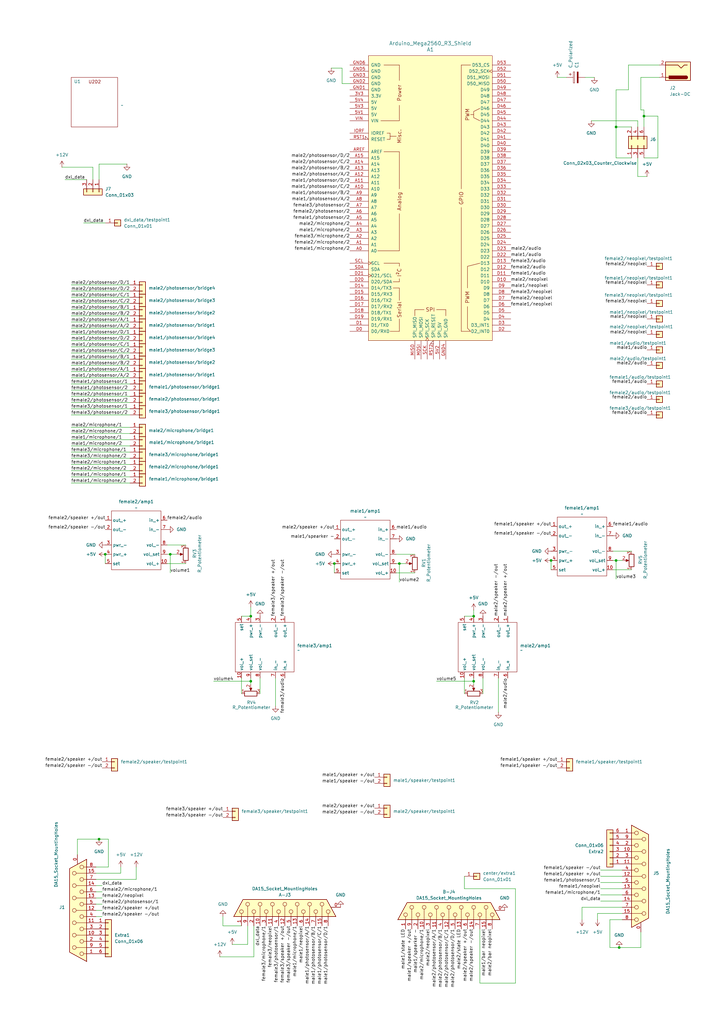
<source format=kicad_sch>
(kicad_sch (version 20250114) (generator "eeschema") (generator_version "9.0")
  (paper "A3" portrait)
  (junction (at 194.31 252.73))
  (junction (at 226.06 229.87))
  (junction (at 252.73 229.87))
  (junction (at 102.87 252.73))
  (junction (at 252.73 52.07))
  (junction (at 43.18 227.33))
  (junction (at 264.16 47.625))
  (junction (at 69.85 227.33))
  (junction (at 137.16 231.14))
  (junction (at 102.87 279.4))
  (junction (at 40.64 344.17))
  (junction (at 254 388.62))
  (junction (at 163.83 231.14))
  (junction (at 194.31 279.4))
  (wire (pts (xy 29.21 127) (xy 53.34 127)))
  (wire (pts (xy 255.27 377.19) (xy 250.19 377.19)))
  (wire (pts (xy 101.6 387.35) (xy 95.25 387.35)))
  (wire (pts (xy 44.45 355.6) (xy 44.45 344.17)))
  (wire (pts (xy 245.11 377.19) (xy 245.11 374.65)))
  (wire (pts (xy 238.76 377.19) (xy 238.76 372.11)))
  (wire (pts (xy 29.21 198.12) (xy 53.34 198.12)))
  (wire (pts (xy 196.85 403.225) (xy 211.455 403.225)))
  (wire (pts (xy 252.73 64.77) (xy 252.73 52.07)))
  (wire (pts (xy 29.21 193.04) (xy 53.34 193.04)))
  (wire (pts (xy 44.45 344.17) (xy 40.64 344.17)))
  (wire (pts (xy 29.21 165.1) (xy 53.34 165.1)))
  (wire (pts (xy 29.21 182.88) (xy 53.34 182.88)))
  (wire (pts (xy 99.06 284.48) (xy 99.06 278.13)))
  (wire (pts (xy 226.06 229.87) (xy 226.06 233.68)))
  (wire (pts (xy 55.88 360.68) (xy 55.88 355.6)))
  (wire (pts (xy 29.21 144.78) (xy 53.34 144.78)))
  (wire (pts (xy 162.56 227.33) (xy 170.18 227.33)))
  (wire (pts (xy 40.64 67.31) (xy 52.07 67.31)))
  (wire (pts (xy 68.58 227.33) (xy 69.85 227.33)))
  (wire (pts (xy 102.87 278.13) (xy 102.87 279.4)))
  (wire (pts (xy 196.85 381) (xy 196.85 403.225)))
  (wire (pts (xy 252.73 52.07) (xy 259.08 52.07)))
  (wire (pts (xy 198.12 284.48) (xy 198.12 278.13)))
  (wire (pts (xy 29.21 170.18) (xy 53.34 170.18)))
  (wire (pts (xy 31.75 344.17) (xy 40.64 344.17)))
  (wire (pts (xy 137.16 231.14) (xy 137.16 234.95)))
  (wire (pts (xy 246.38 364.49) (xy 255.27 364.49)))
  (wire (pts (xy 43.18 227.33) (xy 43.18 231.14)))
  (wire (pts (xy 39.37 368.3) (xy 41.91 368.3)))
  (wire (pts (xy 190.5 364.49) (xy 190.5 359.41)))
  (wire (pts (xy 68.58 223.52) (xy 76.2 223.52)))
  (wire (pts (xy 257.81 26.67) (xy 257.81 36.83)))
  (wire (pts (xy 29.21 167.64) (xy 53.34 167.64)))
  (wire (pts (xy 261.62 52.07) (xy 261.62 49.53)))
  (wire (pts (xy 91.44 379.73) (xy 91.44 375.92)))
  (wire (pts (xy 29.21 142.24) (xy 53.34 142.24)))
  (wire (pts (xy 102.87 248.92) (xy 102.87 252.73)))
  (wire (pts (xy 252.73 36.83) (xy 257.81 36.83)))
  (wire (pts (xy 39.37 370.84) (xy 41.91 370.84)))
  (wire (pts (xy 29.21 121.92) (xy 53.34 121.92)))
  (wire (pts (xy 29.21 134.62) (xy 53.34 134.62)))
  (wire (pts (xy 261.62 72.39) (xy 265.43 72.39)))
  (wire (pts (xy 257.81 26.67) (xy 270.51 26.67)))
  (wire (pts (xy 29.21 185.42) (xy 53.34 185.42)))
  (wire (pts (xy 264.16 64.77) (xy 269.875 64.77)))
  (wire (pts (xy 39.37 375.92) (xy 41.91 375.92)))
  (wire (pts (xy 87.63 279.4) (xy 102.87 279.4)))
  (wire (pts (xy 211.455 403.225) (xy 211.455 364.49)))
  (wire (pts (xy 29.21 124.46) (xy 53.34 124.46)))
  (wire (pts (xy 228.6 31.75) (xy 232.41 31.75)))
  (wire (pts (xy 29.21 177.8) (xy 53.34 177.8)))
  (wire (pts (xy 242.57 49.53) (xy 261.62 49.53)))
  (wire (pts (xy 39.37 373.38) (xy 41.91 373.38)))
  (wire (pts (xy 204.47 292.1) (xy 204.47 278.13)))
  (wire (pts (xy 163.83 231.14) (xy 166.37 231.14)))
  (wire (pts (xy 49.53 358.14) (xy 49.53 355.6)))
  (wire (pts (xy 29.21 154.94) (xy 53.34 154.94)))
  (wire (pts (xy 245.11 374.65) (xy 255.27 374.65)))
  (wire (pts (xy 264.16 47.625) (xy 264.16 52.07)))
  (wire (pts (xy 190.5 252.73) (xy 194.31 252.73)))
  (wire (pts (xy 262.89 31.75) (xy 262.89 45.085)))
  (wire (pts (xy 246.38 369.57) (xy 255.27 369.57)))
  (wire (pts (xy 38.1 73.66) (xy 38.1 68.58)))
  (wire (pts (xy 259.08 64.77) (xy 252.73 64.77)))
  (wire (pts (xy 29.21 190.5) (xy 53.34 190.5)))
  (wire (pts (xy 29.21 132.08) (xy 53.34 132.08)))
  (wire (pts (xy 190.5 284.48) (xy 190.5 278.13)))
  (wire (pts (xy 246.38 367.03) (xy 255.27 367.03)))
  (wire (pts (xy 29.21 119.38) (xy 53.34 119.38)))
  (wire (pts (xy 29.21 152.4) (xy 53.34 152.4)))
  (wire (pts (xy 264.16 45.085) (xy 264.16 47.625)))
  (wire (pts (xy 240.03 31.75) (xy 243.84 31.75)))
  (wire (pts (xy 163.83 231.14) (xy 163.83 238.76)))
  (wire (pts (xy 29.21 137.16) (xy 53.34 137.16)))
  (wire (pts (xy 262.89 388.62) (xy 262.89 382.27)))
  (wire (pts (xy 252.73 229.87) (xy 252.73 237.49)))
  (wire (pts (xy 269.875 47.625) (xy 264.16 47.625)))
  (wire (pts (xy 246.38 361.95) (xy 255.27 361.95)))
  (wire (pts (xy 29.21 157.48) (xy 53.34 157.48)))
  (wire (pts (xy 29.21 147.32) (xy 53.34 147.32)))
  (wire (pts (xy 262.89 45.085) (xy 264.16 45.085)))
  (wire (pts (xy 140.335 34.29) (xy 140.335 27.94)))
  (wire (pts (xy 250.19 377.19) (xy 250.19 388.62)))
  (wire (pts (xy 34.29 91.44) (xy 43.18 91.44)))
  (wire (pts (xy 269.875 64.77) (xy 269.875 47.625)))
  (wire (pts (xy 29.21 160.02) (xy 53.34 160.02)))
  (wire (pts (xy 143.51 34.29) (xy 140.335 34.29)))
  (wire (pts (xy 40.64 73.66) (xy 40.64 67.31)))
  (wire (pts (xy 251.46 229.87) (xy 252.73 229.87)))
  (wire (pts (xy 261.62 72.39) (xy 261.62 64.77)))
  (wire (pts (xy 250.19 388.62) (xy 254 388.62)))
  (wire (pts (xy 29.21 175.26) (xy 53.34 175.26)))
  (wire (pts (xy 238.76 372.11) (xy 255.27 372.11)))
  (wire (pts (xy 68.58 231.14) (xy 76.2 231.14)))
  (wire (pts (xy 246.38 359.41) (xy 255.27 359.41)))
  (wire (pts (xy 251.46 233.68) (xy 259.08 233.68)))
  (wire (pts (xy 69.85 234.95) (xy 69.85 227.33)))
  (wire (pts (xy 194.31 250.19) (xy 194.31 252.73)))
  (wire (pts (xy 113.03 278.13) (xy 113.03 289.56)))
  (wire (pts (xy 262.89 31.75) (xy 270.51 31.75)))
  (wire (pts (xy 29.21 180.34) (xy 53.34 180.34)))
  (wire (pts (xy 252.73 229.87) (xy 255.27 229.87)))
  (wire (pts (xy 29.21 139.7) (xy 53.34 139.7)))
  (wire (pts (xy 194.31 279.4) (xy 194.31 280.67)))
  (wire (pts (xy 99.06 252.73) (xy 102.87 252.73)))
  (wire (pts (xy 106.68 284.48) (xy 106.68 278.13)))
  (wire (pts (xy 162.56 234.95) (xy 170.18 234.95)))
  (wire (pts (xy 29.21 162.56) (xy 53.34 162.56)))
  (wire (pts (xy 29.21 116.84) (xy 53.34 116.84)))
  (wire (pts (xy 246.38 356.87) (xy 255.27 356.87)))
  (wire (pts (xy 31.75 350.52) (xy 31.75 344.17)))
  (wire (pts (xy 162.56 231.14) (xy 163.83 231.14)))
  (wire (pts (xy 39.37 363.22) (xy 41.91 363.22)))
  (wire (pts (xy 69.85 227.33) (xy 72.39 227.33)))
  (wire (pts (xy 251.46 226.06) (xy 259.08 226.06)))
  (wire (pts (xy 179.07 279.4) (xy 194.31 279.4)))
  (wire (pts (xy 254 388.62) (xy 262.89 388.62)))
  (wire (pts (xy 39.37 358.14) (xy 49.53 358.14)))
  (wire (pts (xy 140.335 27.94) (xy 135.89 27.94)))
  (wire (pts (xy 99.06 379.73) (xy 91.44 379.73)))
  (wire (pts (xy 101.6 379.73) (xy 101.6 387.35)))
  (wire (pts (xy 29.21 149.86) (xy 53.34 149.86)))
  (wire (pts (xy 38.1 68.58) (xy 25.4 68.58)))
  (wire (pts (xy 104.14 379.73) (xy 104.14 392.43)))
  (wire (pts (xy 104.14 392.43) (xy 90.17 392.43)))
  (wire (pts (xy 39.37 360.68) (xy 55.88 360.68)))
  (wire (pts (xy 211.455 364.49) (xy 190.5 364.49)))
  (wire (pts (xy 39.37 365.76) (xy 41.91 365.76)))
  (wire (pts (xy 29.21 195.58) (xy 53.34 195.58)))
  (wire (pts (xy 39.37 355.6) (xy 44.45 355.6)))
  (wire (pts (xy 29.21 187.96) (xy 53.34 187.96)))
  (wire (pts (xy 29.21 129.54) (xy 53.34 129.54)))
  (wire (pts (xy 102.87 279.4) (xy 102.87 280.67)))
  (wire (pts (xy 252.73 36.83) (xy 252.73 52.07)))
  (wire (pts (xy 26.67 73.66) (xy 35.56 73.66)))
  (wire (pts (xy 194.31 278.13) (xy 194.31 279.4)))
  (label "dxl_data" (at 34.29 91.44 0))
  (label "female3{slash}microphone{slash}1" (at 29.21 185.42 0))
  (label "male1{slash}microphone{slash}2" (at 143.51 95.25 180))
  (label "female2{slash}photosensor{slash}1" (at 41.91 370.84 0))
  (label "male2{slash}audio" (at 209.55 102.87 0))
  (label "male2{slash}speaker +{slash}out" (at 191.77 381 270))
  (label "male2{slash}speaker -{slash}out" (at 194.31 381 270))
  (label "male1{slash}photosensor{slash}C{slash}2" (at 143.51 77.47 180))
  (label "male2{slash}photosensor{slash}C{slash}1" (at 29.21 121.92 0))
  (label "male1{slash}photosensor{slash}A{slash}2" (at 29.21 154.94 0))
  (label "dxl_data" (at 41.91 363.22 0))
  (label "male2{slash}photosensor{slash}B{slash}1" (at 181.61 381 270))
  (label "female3{slash}audio" (at 265.43 170.18 180))
  (label "male2{slash}microphone{slash}2" (at 143.51 92.71 180))
  (label "female2{slash}microphone{slash}1" (at 29.21 190.5 0))
  (label "female1{slash}photosensor{slash}2" (at 29.21 160.02 0))
  (label "male2{slash}microphone{slash}2" (at 29.21 177.8 0))
  (label "female1{slash}audio" (at 251.46 215.9 0))
  (label "dxl_data" (at 246.38 369.57 180))
  (label "female1{slash}photosensor{slash}1" (at 29.21 157.48 0))
  (label "male2{slash}photosensor{slash}A{slash}2" (at 143.51 72.39 180))
  (label "male1{slash}audio" (at 209.55 105.41 0))
  (label "male2{slash}speaker -{slash}out" (at 153.67 334.01 180))
  (label "female3{slash}speaker +{slash}out" (at 91.44 332.74 180))
  (label "male1{slash}photosensor{slash}C{slash}1" (at 29.21 142.24 0))
  (label "female2{slash}speaker +{slash}out" (at 41.91 373.38 0))
  (label "male2{slash}photosensor{slash}B{slash}2" (at 29.21 129.54 0))
  (label "male1{slash}speaker +{slash}out" (at 153.67 318.77 180))
  (label "male1{slash}photosensor{slash}A{slash}1" (at 29.21 152.4 0))
  (label "male2{slash}photosensor{slash}C{slash}2" (at 29.21 124.46 0))
  (label "female3{slash}photosensor{slash}1" (at 29.21 167.64 0))
  (label "female2{slash}neopixel" (at 265.43 109.22 180))
  (label "male2{slash}photosensor{slash}C{slash}2" (at 143.51 67.31 180))
  (label "female2{slash}audio" (at 209.55 110.49 0))
  (label "female3{slash}speaker +{slash}out" (at 113.03 252.73 90))
  (label "male2{slash}photosensor{slash}D{slash}1" (at 186.69 381 270))
  (label "female1{slash}microphone{slash}2" (at 143.51 102.87 180))
  (label "volume3" (at 252.73 237.49 0))
  (label "male1{slash}spearker -" (at 137.16 220.98 180))
  (label "male1{slash}audio" (at 162.56 217.17 0))
  (label "male1{slash}microphone{slash}2" (at 29.21 182.88 0))
  (label "female2{slash}microphone{slash}2" (at 143.51 100.33 180))
  (label "female3{slash}microphone{slash}1" (at 109.22 379.73 270))
  (label "female1{slash}neopixel" (at 246.38 364.49 180))
  (label "female1{slash}microphone{slash}2" (at 29.21 198.12 0))
  (label "male2{slash}audio" (at 208.28 278.13 270))
  (label "female1{slash}speaker -{slash}out" (at 226.06 219.71 180))
  (label "male1{slash}speaker -{slash}out" (at 153.67 321.31 180))
  (label "male2{slash}neopixel" (at 176.53 381 270))
  (label "female1{slash}speaker +{slash}out" (at 226.06 215.9 180))
  (label "male2{slash}speaker +{slash}out" (at 153.67 331.47 180))
  (label "male1{slash}photosensor{slash}B{slash}2" (at 29.21 149.86 0))
  (label "male1{slash}neopixel" (at 209.55 118.11 0))
  (label "female3{slash}neopixel" (at 265.43 124.46 180))
  (label "male2{slash}photosensor{slash}C{slash}1" (at 184.15 381 270))
  (label "male2{slash}speaker +{slash}out" (at 137.16 217.17 180))
  (label "male2{slash}state LED" (at 189.23 381 270))
  (label "female2{slash}microphone{slash}1" (at 41.91 365.76 0))
  (label "male1{slash}photosensor{slash}A{slash}1" (at 127 379.73 270))
  (label "female2{slash}speaker +{slash}out" (at 41.91 312.42 180))
  (label "male1{slash}photosensor{slash}B{slash}1" (at 129.54 379.73 270))
  (label "female2{slash}microphone{slash}2" (at 29.21 193.04 0))
  (label "female1{slash}microphone{slash}1" (at 29.21 195.58 0))
  (label "female1{slash}speaker +{slash}out" (at 228.6 312.42 180))
  (label "female3{slash}neopixel" (at 209.55 120.65 0))
  (label "male2{slash}photosensor{slash}D{slash}2" (at 143.51 64.77 180))
  (label "volume2" (at 163.83 238.76 0))
  (label "female3{slash}speaker -{slash}out" (at 91.44 335.28 180))
  (label "female2{slash}audio" (at 265.43 163.83 180))
  (label "male1{slash}photosensor{slash}B{slash}1" (at 29.21 147.32 0))
  (label "female3{slash}photosensor{slash}1" (at 114.3 379.73 270))
  (label "female1{slash}photosensor{slash}1" (at 246.38 361.95 180))
  (label "female2{slash}photosensor{slash}2" (at 143.51 87.63 180))
  (label "female2{slash}speaker +{slash}out" (at 43.18 213.36 180))
  (label "male1{slash}microphone{slash}1" (at 121.92 379.73 270))
  (label "male2{slash}photosensor{slash}B{slash}2" (at 143.51 69.85 180))
  (label "male2{slash}photosensor{slash}D{slash}1" (at 29.21 116.84 0))
  (label "male1{slash}photosensor{slash}B{slash}2" (at 143.51 80.01 180))
  (label "female3{slash}photosensor{slash}2" (at 143.51 85.09 180))
  (label "female3{slash}audio" (at 116.84 278.13 270))
  (label "female2{slash}speaker -{slash}out" (at 41.91 375.92 0))
  (label "male1{slash}photosensor{slash}A{slash}2" (at 143.51 82.55 180))
  (label "male1{slash}spearker -" (at 171.45 381 270))
  (label "volume5" (at 179.07 279.4 0))
  (label "female1{slash}photosensor{slash}2" (at 143.51 90.17 180))
  (label "male1{slash}photosensor{slash}D{slash}2" (at 29.21 139.7 0))
  (label "female3{slash}speaker -{slash}out" (at 116.84 252.73 90))
  (label "male1{slash}photosensor{slash}C{slash}2" (at 29.21 144.78 0))
  (label "female2{slash}speaker -{slash}out" (at 41.91 314.96 180))
  (label "male2{slash}neopixel" (at 265.43 137.16 180))
  (label "male2{slash}microphone{slash}1" (at 173.99 381 270))
  (label "female3{slash}microphone{slash}2" (at 143.51 97.79 180))
  (label "female3{slash}speaker +{slash}out" (at 116.84 379.73 270))
  (label "male1{slash}audio" (at 265.43 143.51 180))
  (label "male2{slash}photosensor{slash}A{slash}1" (at 179.07 381 270))
  (label "male1{slash}photosensor{slash}C{slash}1" (at 132.08 379.73 270))
  (label "male1{slash}photosensor{slash}D{slash}1" (at 134.62 379.73 270))
  (label "male1{slash}microphone{slash}1" (at 29.21 180.34 0))
  (label "dxl_data" (at 26.67 73.66 0))
  (label "volume4" (at 87.63 279.4 0))
  (label "female1{slash}audio" (at 209.55 113.03 0))
  (label "male2{slash}speaker -{slash}out" (at 204.47 252.73 90))
  (label "female2{slash}audio" (at 68.58 213.36 0))
  (label "dxl_data" (at 106.68 379.73 270))
  (label "male2{slash}neopixel" (at 209.55 115.57 0))
  (label "female1{slash}audio" (at 265.43 157.48 180))
  (label "male2{slash}audio" (at 265.43 149.86 180))
  (label "female1{slash}neopixel" (at 209.55 125.73 0))
  (label "female2{slash}speaker -{slash}out" (at 43.18 217.17 180))
  (label "male1{slash}bar neopixel" (at 199.39 381 270))
  (label "female1{slash}microphone{slash}1" (at 246.38 367.03 180))
  (label "female2{slash}photosensor{slash}1" (at 29.21 162.56 0))
  (label "male2{slash}photosensor{slash}A{slash}2" (at 29.21 134.62 0))
  (label "male2{slash}photosensor{slash}D{slash}2" (at 29.21 119.38 0))
  (label "male1{slash}neopixel" (at 265.43 130.81 180))
  (label "male2{slash}photosensor{slash}B{slash}1" (at 29.21 127 0))
  (label "volume1" (at 69.85 234.95 0))
  (label "female3{slash}photosensor{slash}2" (at 29.21 170.18 0))
  (label "female2{slash}photosensor{slash}2" (at 29.21 165.1 0))
  (label "male2{slash}microphone{slash}1" (at 29.21 175.26 0))
  (label "male1{slash}neopixel" (at 124.46 379.73 270))
  (label "male1{slash}speaker +{slash}out" (at 168.91 381 270))
  (label "female1{slash}speaker +{slash}out" (at 246.38 359.41 180))
  (label "female2{slash}neopixel" (at 209.55 123.19 0))
  (label "female3{slash}audio" (at 209.55 107.95 0))
  (label "female3{slash}neopixel" (at 111.76 379.73 270))
  (label "male2{slash}bar neopixel" (at 201.93 381 270))
  (label "male2{slash}photosensor{slash}A{slash}1" (at 29.21 132.08 0))
  (label "female1{slash}speaker -{slash}out" (at 228.6 314.96 180))
  (label "female3{slash}speaker -{slash}out" (at 119.38 379.73 270))
  (label "female1{slash}neopixel" (at 265.43 116.84 180))
  (label "male1{slash}photosensor{slash}D{slash}2" (at 143.51 74.93 180))
  (label "female2{slash}neopixel" (at 41.91 368.3 0))
  (label "male1{slash}photosensor{slash}D{slash}1" (at 29.21 137.16 0))
  (label "female3{slash}microphone{slash}2" (at 29.21 187.96 0))
  (label "female1{slash}speaker -{slash}out" (at 246.38 356.87 180))
  (label "male2{slash}speaker +{slash}out" (at 208.28 252.73 90))
  (label "male1{slash}state LED" (at 166.37 381 270))
  (symbol (lib_id "power:GND") (at 106.68 252.73 180) (unit 1)
    (property "Reference" "#PWR028" (effects (hide yes)))
    (property "Value" "GND" (at 106.68 247.65 0))
    (property "Description" "Power symbol creates a global label with name \"GND\" , ground" (effects (hide yes)))
  )
  (symbol (lib_id "power:+12V") (at 55.88 355.6 0) (unit 1)
    (property "Reference" "#PWR09" (effects (hide yes)))
    (property "Value" "+12V" (at 55.88 350.52 0))
    (property "Description" "Power symbol creates a global label with name \"+12V\"" (effects (hide yes)))
  )
  (symbol (lib_id "Connector_Generic:Conn_01x02") (at 58.42 127 0) (unit 1)
    (property "Reference" "male2/photosensor/bridge2" (at 60.96 128.2699 0) (effects (justify left)))
    (property "Value" "Conn_01x01" (effects (hide yes)))
    (property "Footprint" "Connector_PinHeader_1.00mm:PinHeader_1x02_P1.00mm_Vertical" (effects (hide yes)))
    (property "Description" "Generic connector, single row, 01x02, script generated (kicad-library-utils/schlib/autogen/connector/)" (effects (hide yes)))
  )
  (symbol (lib_id "custom:SparkFun_Mono_Audio_Amp_Breakout_-_TPA20055D1") (at 127 237.49 0) (unit 1)
    (property "Reference" "male1/amp1" (at 149.86 209.55 0))
    (property "Value" "~" (at 149.86 212.09 0))
    (property "Footprint" "custom1:SparkFun Mono Audio Amp Breakout TPA2005D1" (effects (hide yes)))
  )
  (symbol (lib_id "Connector_Generic:Conn_01x02") (at 58.42 190.5 0) (unit 1)
    (property "Reference" "female2/microphone/bridge1" (at 61.103 191.412 0) (effects (justify left)))
    (property "Value" "Conn_01x01" (effects (hide yes)))
    (property "Footprint" "Connector_PinHeader_1.00mm:PinHeader_1x02_P1.00mm_Vertical" (effects (hide yes)))
    (property "Description" "Generic connector, single row, 01x02, script generated (kicad-library-utils/schlib/autogen/connector/)" (effects (hide yes)))
  )
  (symbol (lib_id "custom:SparkFun_Mono_Audio_Amp_Breakout_-_TPA20055D1") (at 215.9 236.22 0) (unit 1)
    (property "Reference" "female1/amp1" (at 238.76 208.28 0))
    (property "Value" "~" (at 238.76 210.82 0))
    (property "Footprint" "custom1:SparkFun Mono Audio Amp Breakout TPA2005D1" (effects (hide yes)))
  )
  (symbol (lib_id "Device:R_Potentiometer") (at 259.08 229.87 180) (unit 1)
    (property "Reference" "RV5" (at 262.7322 229.6264 90))
    (property "Value" "R_Potentiometer" (at 264.732 229.6264 90))
    (property "Footprint" "custom1:custom potentiometer 1" (effects (hide yes)))
    (property "Description" "Potentiometer" (effects (hide yes)))
  )
  (symbol (lib_id "Connector_Generic:Conn_01x02") (at 58.42 142.24 0) (unit 1)
    (property "Reference" "male1/photosensor/bridge3" (at 60.96 143.5099 0) (effects (justify left)))
    (property "Value" "Conn_01x01" (effects (hide yes)))
    (property "Footprint" "Connector_PinHeader_1.00mm:PinHeader_1x02_P1.00mm_Vertical" (effects (hide yes)))
    (property "Description" "Generic connector, single row, 01x02, script generated (kicad-library-utils/schlib/autogen/connector/)" (effects (hide yes)))
  )
  (symbol (lib_id "Connector:Jack-DC") (at 278.13 29.21 180) (unit 1)
    (property "Reference" "J2" (at 274.7225 36.0642 0) (effects (justify right)))
    (property "Value" "Jack-DC" (at 274.7225 38.6042 0) (effects (justify right)))
    (property "Footprint" "custom1:PJ-082BH jack 10A" (effects (hide yes)))
    (property "Description" "DC Barrel Jack" (effects (hide yes)))
  )
  (symbol (lib_id "Connector_Generic:Conn_01x01") (at 270.51 170.18 0) (unit 1)
    (property "Reference" "female3/audio/testpoint1" (at 249.975 167.3572 0) (effects (justify left)))
    (property "Value" "Conn_01x01" (effects (hide yes)))
    (property "Footprint" "Connector_PinHeader_1.00mm:PinHeader_1x01_P1.00mm_Vertical" (effects (hide yes)))
    (property "Description" "Generic connector, single row, 01x01, script generated (kicad-library-utils/schlib/autogen/connector/)" (effects (hide yes)))
  )
  (symbol (lib_id "Connector_Generic:Conn_01x01") (at 195.58 359.41 0) (unit 1)
    (property "Reference" "center/extra1" (at 198.12 358.1399 0) (effects (justify left)))
    (property "Value" "Conn_01x01" (at 198.12 360.6799 0) (effects (justify left)))
    (property "Footprint" "Connector_PinHeader_1.00mm:PinHeader_1x01_P1.00mm_Vertical" (effects (hide yes)))
    (property "Description" "Generic connector, single row, 01x01, script generated (kicad-library-utils/schlib/autogen/connector/)" (effects (hide yes)))
  )
  (symbol (lib_id "Connector_Generic:Conn_01x02") (at 233.68 312.42 0) (unit 1)
    (property "Reference" "female1/speaker/testpoint1" (at 236.22 312.4199 0) (effects (justify left)))
    (property "Value" "Conn_01x01" (effects (hide yes)))
    (property "Footprint" "Connector_PinHeader_1.00mm:PinHeader_1x02_P1.00mm_Vertical" (effects (hide yes)))
    (property "Description" "Generic connector, single row, 01x02, script generated (kicad-library-utils/schlib/autogen/connector/)" (effects (hide yes)))
  )
  (symbol (lib_id "power:GND") (at 162.56 220.98 90) (unit 1)
    (property "Reference" "#PWR019" (effects (hide yes)))
    (property "Value" "GND" (at 166.37 220.9799 90) (effects (justify right)))
    (property "Description" "Power symbol creates a global label with name \"GND\" , ground" (effects (hide yes)))
  )
  (symbol (lib_id "Connector:DA15_Socket_MountingHoles") (at 116.84 372.11 90) (unit 1)
    (property "Reference" "A-J3" (at 116.84 367.03 90))
    (property "Value" "DA15_Socket_MountingHoles" (at 116.84 364.49 90))
    (property "Footprint" "Connector_Dsub:DSUB-15_Pins_Horizontal_P2.77x2.84mm_EdgePinOffset4.94mm_Housed_MountingHolesOffset4.94mm" (effects (hide yes)))
    (property "Description" "15-pin D-SUB connector, socket (female) (low-density/2 columns), Mounting Hole" (effects (hide yes)))
  )
  (symbol (lib_id "power:+5V") (at 245.11 377.19 180) (unit 1)
    (property "Reference" "#PWR011" (effects (hide yes)))
    (property "Value" "+5V" (at 245.11 382.27 0))
    (property "Description" "Power symbol creates a global label with name \"+5V\"" (effects (hide yes)))
  )
  (symbol (lib_id "Device:R_Potentiometer") (at 194.31 284.48 90) (unit 1)
    (property "Reference" "RV2" (at 194.5536 288.1322 90))
    (property "Value" "R_Potentiometer" (at 194.5536 290.132 90))
    (property "Footprint" "custom1:custom potentiometer 1" (effects (hide yes)))
    (property "Description" "Potentiometer" (effects (hide yes)))
  )
  (symbol (lib_id "power:GND") (at 242.57 49.53 0) (unit 1)
    (property "Reference" "#PWR02" (effects (hide yes)))
    (property "Value" "GND" (at 242.57 54.61 0))
    (property "Description" "Power symbol creates a global label with name \"GND\" , ground" (effects (hide yes)))
  )
  (symbol (lib_id "Connector_Generic:Conn_01x02") (at 58.42 162.56 0) (unit 1)
    (property "Reference" "female2/photosensor/bridge1" (at 61.103 163.6563 0) (effects (justify left)))
    (property "Value" "Conn_01x01" (effects (hide yes)))
    (property "Footprint" "Connector_PinHeader_1.00mm:PinHeader_1x02_P1.00mm_Vertical" (effects (hide yes)))
    (property "Description" "Generic connector, single row, 01x02, script generated (kicad-library-utils/schlib/autogen/connector/)" (effects (hide yes)))
  )
  (symbol (lib_id "Connector_Generic:Conn_01x02") (at 58.42 116.84 0) (unit 1)
    (property "Reference" "male2/photosensor/bridge4" (at 60.96 118.1099 0) (effects (justify left)))
    (property "Value" "Conn_01x01" (effects (hide yes)))
    (property "Footprint" "Connector_PinHeader_1.00mm:PinHeader_1x02_P1.00mm_Vertical" (effects (hide yes)))
    (property "Description" "Generic connector, single row, 01x02, script generated (kicad-library-utils/schlib/autogen/connector/)" (effects (hide yes)))
  )
  (symbol (lib_id "power:+5V") (at 137.16 231.14 90) (unit 1)
    (property "Reference" "#PWR031" (effects (hide yes)))
    (property "Value" "+5V" (at 133.35 231.1399 90) (effects (justify left)))
    (property "Description" "Power symbol creates a global label with name \"+5V\"" (effects (hide yes)))
  )
  (symbol (lib_id "Connector_Generic:Conn_01x06") (at 250.19 349.25 180) (unit 1)
    (property "Reference" "Extra2" (at 247.65 349.2501 0) (effects (justify left)))
    (property "Value" "Conn_01x06" (at 247.65 346.7101 0) (effects (justify left)))
    (property "Footprint" "Connector_PinHeader_1.00mm:PinHeader_1x06_P1.00mm_Vertical" (effects (hide yes)))
    (property "Description" "Generic connector, single row, 01x06, script generated (kicad-library-utils/schlib/autogen/connector/)" (effects (hide yes)))
  )
  (symbol (lib_id "custom:SparkFun_Mono_Audio_Amp_Breakout_-_TPA20055D1") (at 187.96 242.57 270) (unit 1)
    (property "Reference" "male2/amp1" (at 213.36 264.7949 90) (effects (justify left)))
    (property "Value" "~" (at 213.36 266.7 90) (effects (justify left)))
    (property "Footprint" "custom1:SparkFun Mono Audio Amp Breakout TPA2005D1" (effects (hide yes)))
  )
  (symbol (lib_id "Connector_Generic:Conn_01x02") (at 58.42 157.48 0) (unit 1)
    (property "Reference" "female1/photosensor/bridge1" (at 61.103 158.6568 0) (effects (justify left)))
    (property "Value" "Conn_01x01" (effects (hide yes)))
    (property "Footprint" "Connector_PinHeader_1.00mm:PinHeader_1x02_P1.00mm_Vertical" (effects (hide yes)))
    (property "Description" "Generic connector, single row, 01x02, script generated (kicad-library-utils/schlib/autogen/connector/)" (effects (hide yes)))
  )
  (symbol (lib_id "custom:u2d2_mounting") (at 29.21 52.07 0) (unit 1)
    (property "Reference" "U1" (at 30.3476 33.4278 0) (effects (justify left)))
    (property "Value" "~" (at 49.53 43.18 0) (effects (justify left)))
    (property "Footprint" "custom1:u2d2_mounting" (effects (hide yes)))
  )
  (symbol (lib_id "Device:R_Potentiometer") (at 102.87 284.48 90) (unit 1)
    (property "Reference" "RV4" (at 103.1136 288.1322 90))
    (property "Value" "R_Potentiometer" (at 103.1136 290.132 90))
    (property "Footprint" "custom1:custom potentiometer 1" (effects (hide yes)))
    (property "Description" "Potentiometer" (effects (hide yes)))
  )
  (symbol (lib_id "power:GND") (at 52.07 67.31 0) (unit 1)
    (property "Reference" "#PWR05" (effects (hide yes)))
    (property "Value" "GND" (at 52.07 72.39 0))
    (property "Description" "Power symbol creates a global label with name \"GND\" , ground" (effects (hide yes)))
  )
  (symbol (lib_id "Connector_Generic:Conn_01x01") (at 270.51 143.51 0) (unit 1)
    (property "Reference" "male1/audio/testpoint1" (at 249.975 140.6872 0) (effects (justify left)))
    (property "Value" "Conn_01x01" (effects (hide yes)))
    (property "Footprint" "Connector_PinHeader_1.00mm:PinHeader_1x01_P1.00mm_Vertical" (effects (hide yes)))
    (property "Description" "Generic connector, single row, 01x01, script generated (kicad-library-utils/schlib/autogen/connector/)" (effects (hide yes)))
  )
  (symbol (lib_id "Connector_Generic:Conn_01x02") (at 58.42 132.08 0) (unit 1)
    (property "Reference" "male2/photosensor/bridge1" (at 60.96 133.3499 0) (effects (justify left)))
    (property "Value" "Conn_01x01" (effects (hide yes)))
    (property "Footprint" "Connector_PinHeader_1.00mm:PinHeader_1x02_P1.00mm_Vertical" (effects (hide yes)))
    (property "Description" "Generic connector, single row, 01x02, script generated (kicad-library-utils/schlib/autogen/connector/)" (effects (hide yes)))
  )
  (symbol (lib_id "custom:SparkFun_Mono_Audio_Amp_Breakout_-_TPA20055D1") (at 33.02 233.68 0) (unit 1)
    (property "Reference" "female2/amp1" (at 55.88 205.74 0))
    (property "Value" "~" (at 55.88 208.28 0))
    (property "Footprint" "custom1:SparkFun Mono Audio Amp Breakout TPA2005D1" (effects (hide yes)))
  )
  (symbol (lib_id "power:GND") (at 68.58 217.17 90) (unit 1)
    (property "Reference" "#PWR023" (effects (hide yes)))
    (property "Value" "GND" (at 72.39 217.1699 90) (effects (justify right)))
    (property "Description" "Power symbol creates a global label with name \"GND\" , ground" (effects (hide yes)))
  )
  (symbol (lib_id "Connector_Generic:Conn_01x02") (at 58.42 180.34 0) (unit 1)
    (property "Reference" "male1/microphone/bridge1" (at 61.103 181.413 0) (effects (justify left)))
    (property "Value" "Conn_01x01" (effects (hide yes)))
    (property "Footprint" "Connector_PinHeader_1.00mm:PinHeader_1x02_P1.00mm_Vertical" (effects (hide yes)))
    (property "Description" "Generic connector, single row, 01x02, script generated (kicad-library-utils/schlib/autogen/connector/)" (effects (hide yes)))
  )
  (symbol (lib_id "power:+5V") (at 43.18 227.33 90) (unit 1)
    (property "Reference" "#PWR032" (effects (hide yes)))
    (property "Value" "+5V" (at 39.37 227.3299 90) (effects (justify left)))
    (property "Description" "Power symbol creates a global label with name \"+5V\"" (effects (hide yes)))
  )
  (symbol (lib_id "power:GND") (at 40.64 344.17 0) (unit 1)
    (property "Reference" "#PWR07" (effects (hide yes)))
    (property "Value" "GND" (at 40.64 349.25 0))
    (property "Description" "Power symbol creates a global label with name \"GND\" , ground" (effects (hide yes)))
  )
  (symbol (lib_id "Connector:DA15_Socket_MountingHoles") (at 31.75 373.38 180) (unit 1)
    (property "Reference" "J1" (at 26.67 372.1099 0) (effects (justify left)))
    (property "Value" "DA15_Socket_MountingHoles" (at 22.9977 336.9663 90) (effects (justify left)))
    (property "Footprint" "Connector_Dsub:DSUB-15_Pins_Horizontal_P2.77x2.84mm_EdgePinOffset4.94mm_Housed_MountingHolesOffset4.94mm" (effects (hide yes)))
    (property "Description" "15-pin D-SUB connector, socket (female) (low-density/2 columns), Mounting Hole" (effects (hide yes)))
  )
  (symbol (lib_id "power:+5V") (at 194.31 250.19 0) (unit 1)
    (property "Reference" "#PWR030" (effects (hide yes)))
    (property "Value" "+5V" (at 194.31 245.11 0))
    (property "Description" "Power symbol creates a global label with name \"+5V\"" (effects (hide yes)))
  )
  (symbol (lib_id "Connector:DA15_Socket_MountingHoles") (at 184.15 373.38 90) (unit 1)
    (property "Reference" "B-J4" (at 184.15 365.76 90))
    (property "Value" "DA15_Socket_MountingHoles" (at 184.15 368.3 90))
    (property "Footprint" "Connector_Dsub:DSUB-15_Pins_Horizontal_P2.77x2.84mm_EdgePinOffset4.94mm_Housed_MountingHolesOffset4.94mm" (effects (hide yes)))
    (property "Description" "15-pin D-SUB connector, socket (female) (low-density/2 columns), Mounting Hole" (effects (hide yes)))
  )
  (symbol (lib_id "Connector_Generic:Conn_01x01") (at 270.51 157.48 0) (unit 1)
    (property "Reference" "female1/audio/testpoint1" (at 249.975 154.6572 0) (effects (justify left)))
    (property "Value" "Conn_01x01" (effects (hide yes)))
    (property "Footprint" "Connector_PinHeader_1.00mm:PinHeader_1x01_P1.00mm_Vertical" (effects (hide yes)))
    (property "Description" "Generic connector, single row, 01x01, script generated (kicad-library-utils/schlib/autogen/connector/)" (effects (hide yes)))
  )
  (symbol (lib_id "Connector_Generic:Conn_01x03") (at 38.1 78.74 270) (unit 1)
    (property "Reference" "J7" (at 43.18 77.4699 90) (effects (justify left)))
    (property "Value" "Conn_01x03" (at 43.18 80.0099 90) (effects (justify left)))
    (property "Footprint" "Connector_JST:JST_EH_B3B-EH-A_1x03_P2.50mm_Vertical" (effects (hide yes)))
    (property "Description" "Generic connector, single row, 01x03, script generated (kicad-library-utils/schlib/autogen/connector/)" (effects (hide yes)))
  )
  (symbol (lib_id "Connector_Generic:Conn_01x02") (at 58.42 137.16 0) (unit 1)
    (property "Reference" "male1/photosensor/bridge4" (at 60.96 138.4299 0) (effects (justify left)))
    (property "Value" "Conn_01x01" (effects (hide yes)))
    (property "Footprint" "Connector_PinHeader_1.00mm:PinHeader_1x02_P1.00mm_Vertical" (effects (hide yes)))
    (property "Description" "Generic connector, single row, 01x02, script generated (kicad-library-utils/schlib/autogen/connector/)" (effects (hide yes)))
  )
  (symbol (lib_id "Connector_Generic:Conn_01x02") (at 58.42 195.58 0) (unit 1)
    (property "Reference" "female1/microphone/bridge1" (at 61.103 196.4115 0) (effects (justify left)))
    (property "Value" "Conn_01x01" (effects (hide yes)))
    (property "Footprint" "Connector_PinHeader_1.00mm:PinHeader_1x02_P1.00mm_Vertical" (effects (hide yes)))
    (property "Description" "Generic connector, single row, 01x02, script generated (kicad-library-utils/schlib/autogen/connector/)" (effects (hide yes)))
  )
  (symbol (lib_id "Connector_Generic:Conn_02x03_Odd_Even") (at 261.62 59.69 90) (unit 1)
    (property "Reference" "J6" (at 266.7 57.1499 90) (effects (justify right)))
    (property "Value" "Conn_02x03_Counter_Clockwise" (at 231.0182 66.8842 90) (effects (justify right)))
    (property "Footprint" "Connector_PinHeader_2.54mm:PinHeader_2x03_P2.54mm_Vertical" (effects (hide yes)))
    (property "Description" "Generic connector, double row, 02x03, odd/even pin numbering scheme (row 1 odd numbers, row 2 even numbers), script generated (kicad-library-utils/schlib/autogen/connector/)" (effects (hide yes)))
  )
  (symbol (lib_id "Connector_Generic:Conn_01x01") (at 270.51 137.16 0) (unit 1)
    (property "Reference" "male2/neopixel/testpoint1" (at 249.975 133.9866 0) (effects (justify left)))
    (property "Value" "Conn_01x01" (effects (hide yes)))
    (property "Footprint" "Connector_PinHeader_1.00mm:PinHeader_1x01_P1.00mm_Vertical" (effects (hide yes)))
    (property "Description" "Generic connector, single row, 01x01, script generated (kicad-library-utils/schlib/autogen/connector/)" (effects (hide yes)))
  )
  (symbol (lib_id "power:GND") (at 91.44 375.92 180) (unit 1)
    (property "Reference" "#PWR014" (effects (hide yes)))
    (property "Value" "GND" (at 91.44 370.84 0))
    (property "Description" "Power symbol creates a global label with name \"GND\" , ground" (effects (hide yes)))
  )
  (symbol (lib_id "Connector_Generic:Conn_01x02") (at 158.75 318.77 0) (unit 1)
    (property "Reference" "male1/speaker/testpoint1" (at 161.29 320.0399 0) (effects (justify left)))
    (property "Value" "Conn_01x01" (effects (hide yes)))
    (property "Footprint" "Connector_PinHeader_1.00mm:PinHeader_1x02_P1.00mm_Vertical" (effects (hide yes)))
    (property "Description" "Generic connector, single row, 01x02, script generated (kicad-library-utils/schlib/autogen/connector/)" (effects (hide yes)))
  )
  (symbol (lib_id "power:GND") (at 198.12 252.73 180) (unit 1)
    (property "Reference" "#PWR027" (effects (hide yes)))
    (property "Value" "GND" (at 198.12 247.65 0))
    (property "Description" "Power symbol creates a global label with name \"GND\" , ground" (effects (hide yes)))
  )
  (symbol (lib_id "Connector_Generic:Conn_01x02") (at 58.42 167.64 0) (unit 1)
    (property "Reference" "female3/photosensor/bridge1" (at 61.103 168.6558 0) (effects (justify left)))
    (property "Value" "Conn_01x01" (effects (hide yes)))
    (property "Footprint" "Connector_PinHeader_1.00mm:PinHeader_1x02_P1.00mm_Vertical" (effects (hide yes)))
    (property "Description" "Generic connector, single row, 01x02, script generated (kicad-library-utils/schlib/autogen/connector/)" (effects (hide yes)))
  )
  (symbol (lib_id "power:GND") (at 137.16 227.33 270) (unit 1)
    (property "Reference" "#PWR025" (effects (hide yes)))
    (property "Value" "GND" (at 133.35 227.3299 90) (effects (justify right)))
    (property "Description" "Power symbol creates a global label with name \"GND\" , ground" (effects (hide yes)))
  )
  (symbol (lib_id "power:+12V") (at 238.76 377.19 180) (unit 1)
    (property "Reference" "#PWR012" (effects (hide yes)))
    (property "Value" "+12V" (at 238.76 382.27 0))
    (property "Description" "Power symbol creates a global label with name \"+12V\"" (effects (hide yes)))
  )
  (symbol (lib_id "power:+5V") (at 265.43 72.39 0) (unit 1)
    (property "Reference" "#PWR01" (effects (hide yes)))
    (property "Value" "+5V" (at 265.43 67.31 0))
    (property "Description" "Power symbol creates a global label with name \"+5V\"" (effects (hide yes)))
  )
  (symbol (lib_id "Device:R_Potentiometer") (at 76.2 227.33 180) (unit 1)
    (property "Reference" "RV3" (at 79.8522 227.0864 90))
    (property "Value" "R_Potentiometer" (at 81.852 227.0864 90))
    (property "Footprint" "custom1:custom potentiometer 1" (effects (hide yes)))
    (property "Description" "Potentiometer" (effects (hide yes)))
  )
  (symbol (lib_id "power:+12V") (at 90.17 392.43 0) (unit 1)
    (property "Reference" "#PWR016" (effects (hide yes)))
    (property "Value" "+12V" (at 90.17 387.35 0))
    (property "Description" "Power symbol creates a global label with name \"+12V\"" (effects (hide yes)))
  )
  (symbol (lib_id "power:+5V") (at 228.6 31.75 0) (mirror y) (unit 1)
    (property "Reference" "#PWR04" (effects (hide yes)))
    (property "Value" "+5V" (at 228.6 26.67 0))
    (property "Description" "Power symbol creates a global label with name \"+5V\"" (effects (hide yes)))
  )
  (symbol (lib_id "power:GND") (at 254 388.62 180) (unit 1)
    (property "Reference" "#PWR010" (effects (hide yes)))
    (property "Value" "GND" (at 254 383.54 0))
    (property "Description" "Power symbol creates a global label with name \"GND\" , ground" (effects (hide yes)))
  )
  (symbol (lib_id "power:+5V") (at 226.06 229.87 90) (unit 1)
    (property "Reference" "#PWR033" (effects (hide yes)))
    (property "Value" "+5V" (at 222.25 229.8699 90) (effects (justify left)))
    (property "Description" "Power symbol creates a global label with name \"+5V\"" (effects (hide yes)))
  )
  (symbol (lib_id "power:+5V") (at 102.87 248.92 0) (unit 1)
    (property "Reference" "#PWR029" (effects (hide yes)))
    (property "Value" "+5V" (at 102.87 243.84 0))
    (property "Description" "Power symbol creates a global label with name \"+5V\"" (effects (hide yes)))
  )
  (symbol (lib_id "Device:C_Polarized") (at 236.22 31.75 90) (mirror x) (unit 1)
    (property "Reference" "C1" (at 236.6011 27.94 0) (effects (justify right)))
    (property "Value" "C_Polarized" (at 234.0611 27.94 0) (effects (justify right)))
    (property "Footprint" "Capacitor_THT:CP_Radial_D13.0mm_P5.00mm" (effects (hide yes)))
    (property "Description" "Polarized capacitor" (effects (hide yes)))
  )
  (symbol (lib_id "power:GND") (at 243.84 31.75 0) (mirror y) (unit 1)
    (property "Reference" "#PWR03" (effects (hide yes)))
    (property "Value" "GND" (at 243.84 36.83 0))
    (property "Description" "Power symbol creates a global label with name \"GND\" , ground" (effects (hide yes)))
  )
  (symbol (lib_id "power:GND") (at 43.18 223.52 270) (unit 1)
    (property "Reference" "#PWR024" (effects (hide yes)))
    (property "Value" "GND" (at 39.37 223.5199 90) (effects (justify right)))
    (property "Description" "Power symbol creates a global label with name \"GND\" , ground" (effects (hide yes)))
  )
  (symbol (lib_id "power:GND") (at 207.01 373.38 180) (unit 1)
    (property "Reference" "#PWR017" (effects (hide yes)))
    (property "Value" "GND" (at 207.01 368.3 0))
    (property "Description" "Power symbol creates a global label with name \"GND\" , ground" (effects (hide yes)))
  )
  (symbol (lib_id "Connector_Generic:Conn_01x01") (at 270.51 109.22 0) (unit 1)
    (property "Reference" "female2/neopixel/testpoint1" (at 247.9752 105.9894 0) (effects (justify left)))
    (property "Value" "Conn_01x01" (effects (hide yes)))
    (property "Footprint" "Connector_PinHeader_1.00mm:PinHeader_1x01_P1.00mm_Vertical" (effects (hide yes)))
    (property "Description" "Generic connector, single row, 01x01, script generated (kicad-library-utils/schlib/autogen/connector/)" (effects (hide yes)))
  )
  (symbol (lib_id "power:GND") (at 135.89 27.94 0) (mirror y) (unit 1)
    (property "Reference" "#PWR018" (effects (hide yes)))
    (property "Value" "GND" (at 135.89 33.02 0))
    (property "Description" "Power symbol creates a global label with name \"GND\" , ground" (effects (hide yes)))
  )
  (symbol (lib_id "power:GND") (at 113.03 289.56 0) (unit 1)
    (property "Reference" "#PWR020" (effects (hide yes)))
    (property "Value" "GND" (at 113.03 294.64 0))
    (property "Description" "Power symbol creates a global label with name \"GND\" , ground" (effects (hide yes)))
  )
  (symbol (lib_id "Connector_Generic:Conn_01x01") (at 270.51 149.86 0) (unit 1)
    (property "Reference" "male2/audio/testpoint1" (at 249.975 147.0372 0) (effects (justify left)))
    (property "Value" "Conn_01x01" (effects (hide yes)))
    (property "Footprint" "Connector_PinHeader_1.00mm:PinHeader_1x01_P1.00mm_Vertical" (effects (hide yes)))
    (property "Description" "Generic connector, single row, 01x01, script generated (kicad-library-utils/schlib/autogen/connector/)" (effects (hide yes)))
  )
  (symbol (lib_id "Connector_Generic:Conn_01x01") (at 270.51 124.46 0) (unit 1)
    (property "Reference" "female3/neopixel/testpoint1" (at 247.9752 120.9879 0) (effects (justify left)))
    (property "Value" "Conn_01x01" (effects (hide yes)))
    (property "Footprint" "Connector_PinHeader_1.00mm:PinHeader_1x01_P1.00mm_Vertical" (effects (hide yes)))
    (property "Description" "Generic connector, single row, 01x01, script generated (kicad-library-utils/schlib/autogen/connector/)" (effects (hide yes)))
  )
  (symbol (lib_id "Connector_Generic:Conn_01x01") (at 270.51 130.81 0) (unit 1)
    (property "Reference" "male1/neopixel/testpoint1" (at 249.975 127.9872 0) (effects (justify left)))
    (property "Value" "Conn_01x01" (effects (hide yes)))
    (property "Footprint" "Connector_PinHeader_1.00mm:PinHeader_1x01_P1.00mm_Vertical" (effects (hide yes)))
    (property "Description" "Generic connector, single row, 01x01, script generated (kicad-library-utils/schlib/autogen/connector/)" (effects (hide yes)))
  )
  (symbol (lib_id "Connector_Generic:Conn_01x02") (at 58.42 152.4 0) (unit 1)
    (property "Reference" "male1/photosensor/bridge1" (at 60.96 153.6699 0) (effects (justify left)))
    (property "Value" "Conn_01x01" (effects (hide yes)))
    (property "Footprint" "Connector_PinHeader_1.00mm:PinHeader_1x02_P1.00mm_Vertical" (effects (hide yes)))
    (property "Description" "Generic connector, single row, 01x02, script generated (kicad-library-utils/schlib/autogen/connector/)" (effects (hide yes)))
  )
  (symbol (lib_id "power:GND") (at 204.47 292.1 0) (unit 1)
    (property "Reference" "#PWR021" (effects (hide yes)))
    (property "Value" "GND" (at 204.47 297.18 0))
    (property "Description" "Power symbol creates a global label with name \"GND\" , ground" (effects (hide yes)))
  )
  (symbol (lib_id "power:+12V") (at 25.4 68.58 0) (unit 1)
    (property "Reference" "#PWR06" (effects (hide yes)))
    (property "Value" "+12V" (at 25.4 63.5 0))
    (property "Description" "Power symbol creates a global label with name \"+12V\"" (effects (hide yes)))
  )
  (symbol (lib_id "Connector_Generic:Conn_01x02") (at 96.52 332.74 0) (unit 1)
    (property "Reference" "female3/speaker/testpoint1" (at 99.06 332.7399 0) (effects (justify left)))
    (property "Value" "Conn_01x01" (effects (hide yes)))
    (property "Footprint" "Connector_PinHeader_1.00mm:PinHeader_1x02_P1.00mm_Vertical" (effects (hide yes)))
    (property "Description" "Generic connector, single row, 01x02, script generated (kicad-library-utils/schlib/autogen/connector/)" (effects (hide yes)))
  )
  (symbol (lib_id "Connector_Generic:Conn_01x01") (at 270.51 116.84 0) (unit 1)
    (property "Reference" "female1/neopixel/testpoint1" (at 247.9752 113.9886 0) (effects (justify left)))
    (property "Value" "Conn_01x01" (effects (hide yes)))
    (property "Footprint" "Connector_PinHeader_1.00mm:PinHeader_1x01_P1.00mm_Vertical" (effects (hide yes)))
    (property "Description" "Generic connector, single row, 01x01, script generated (kicad-library-utils/schlib/autogen/connector/)" (effects (hide yes)))
  )
  (symbol (lib_id "power:GND") (at 226.06 226.06 270) (unit 1)
    (property "Reference" "#PWR026" (effects (hide yes)))
    (property "Value" "GND" (at 222.25 226.0599 90) (effects (justify right)))
    (property "Description" "Power symbol creates a global label with name \"GND\" , ground" (effects (hide yes)))
  )
  (symbol (lib_id "Connector:DA15_Socket_MountingHoles") (at 262.89 359.41 0) (unit 1)
    (property "Reference" "J5" (at 267.97 358.1399 0) (effects (justify left)))
    (property "Value" "DA15_Socket_MountingHoles" (at 273.9726 374.9625 90) (effects (justify left)))
    (property "Footprint" "Connector_Dsub:DSUB-15_Pins_Horizontal_P2.77x2.84mm_EdgePinOffset4.94mm_Housed_MountingHolesOffset4.94mm" (effects (hide yes)))
    (property "Description" "15-pin D-SUB connector, socket (female) (low-density/2 columns), Mounting Hole" (effects (hide yes)))
  )
  (symbol (lib_id "Device:R_Potentiometer") (at 170.18 231.14 180) (unit 1)
    (property "Reference" "RV1" (at 173.8322 230.8964 90))
    (property "Value" "R_Potentiometer" (at 175.832 230.8964 90))
    (property "Footprint" "custom1:custom potentiometer 1" (effects (hide yes)))
    (property "Description" "Potentiometer" (effects (hide yes)))
  )
  (symbol (lib_id "Connector_Generic:Conn_01x02") (at 58.42 175.26 0) (unit 1)
    (property "Reference" "male2/microphone/bridge1" (at 60.96 176.5299 0) (effects (justify left)))
    (property "Value" "Conn_01x01" (effects (hide yes)))
    (property "Footprint" "Connector_PinHeader_1.00mm:PinHeader_1x02_P1.00mm_Vertical" (effects (hide yes)))
    (property "Description" "Generic connector, single row, 01x02, script generated (kicad-library-utils/schlib/autogen/connector/)" (effects (hide yes)))
  )
  (symbol (lib_id "custom:SparkFun_Mono_Audio_Amp_Breakout_-_TPA20055D1") (at 96.52 242.57 270) (unit 1)
    (property "Reference" "female3/amp1" (at 121.92 264.7949 90) (effects (justify left)))
    (property "Value" "~" (at 121.92 266.7 90) (effects (justify left)))
    (property "Footprint" "custom1:SparkFun Mono Audio Amp Breakout TPA2005D1" (effects (hide yes)))
  )
  (symbol (lib_id "Connector_Generic:Conn_01x02") (at 58.42 147.32 0) (unit 1)
    (property "Reference" "male1/photosensor/bridge2" (at 60.96 148.5899 0) (effects (justify left)))
    (property "Value" "Conn_01x01" (effects (hide yes)))
    (property "Footprint" "Connector_PinHeader_1.00mm:PinHeader_1x02_P1.00mm_Vertical" (effects (hide yes)))
    (property "Description" "Generic connector, single row, 01x02, script generated (kicad-library-utils/schlib/autogen/connector/)" (effects (hide yes)))
  )
  (symbol (lib_id "Connector_Generic:Conn_01x01") (at 48.26 91.44 0) (unit 1)
    (property "Reference" "dxl_data/testpoint1" (at 50.8 90.1699 0) (effects (justify left)))
    (property "Value" "Conn_01x01" (at 50.8 92.7099 0) (effects (justify left)))
    (property "Footprint" "Connector_PinHeader_1.00mm:PinHeader_1x01_P1.00mm_Vertical" (effects (hide yes)))
    (property "Description" "Generic connector, single row, 01x01, script generated (kicad-library-utils/schlib/autogen/connector/)" (effects (hide yes)))
  )
  (symbol (lib_id "Connector_Generic:Conn_01x01") (at 270.51 163.83 0) (unit 1)
    (property "Reference" "female2/audio/testpoint1" (at 249.975 161.0072 0) (effects (justify left)))
    (property "Value" "Conn_01x01" (effects (hide yes)))
    (property "Footprint" "Connector_PinHeader_1.00mm:PinHeader_1x01_P1.00mm_Vertical" (effects (hide yes)))
    (property "Description" "Generic connector, single row, 01x01, script generated (kicad-library-utils/schlib/autogen/connector/)" (effects (hide yes)))
  )
  (symbol (lib_id "Connector_Generic:Conn_01x02") (at 58.42 121.92 0) (unit 1)
    (property "Reference" "male2/photosensor/bridge3" (at 60.96 123.1899 0) (effects (justify left)))
    (property "Value" "Conn_01x01" (effects (hide yes)))
    (property "Footprint" "Connector_PinHeader_1.00mm:PinHeader_1x02_P1.00mm_Vertical" (effects (hide yes)))
    (property "Description" "Generic connector, single row, 01x02, script generated (kicad-library-utils/schlib/autogen/connector/)" (effects (hide yes)))
  )
  (symbol (lib_id "power:+5V") (at 49.53 355.6 0) (unit 1)
    (property "Reference" "#PWR08" (effects (hide yes)))
    (property "Value" "+5V" (at 49.53 350.52 0))
    (property "Description" "Power symbol creates a global label with name \"+5V\"" (effects (hide yes)))
  )
  (symbol (lib_id "PCM_arduino-library:Arduino_Mega2560_R3_Shield") (at 176.53 81.28 0) (mirror x) (unit 1)
    (property "Reference" "A1" (at 176.53 20.32 0) (effects (font (size 1.524 1.524))))
    (property "Value" "Arduino_Mega2560_R3_Shield" (at 176.53 17.78 0) (effects (font (size 1.524 1.524))))
    (property "Footprint" "PCM_arduino-library:Arduino_Mega2560_R3_Shield" (effects (hide yes)))
    (property "Datasheet" "https://docs.arduino.cc/hardware/mega-2560" (effects (hide yes)))
    (property "Description" "Shield for Arduino Mega 2560 R3" (effects (hide yes)))
  )
  (symbol (lib_id "Connector_Generic:Conn_01x06") (at 44.45 383.54 0) (unit 1)
    (property "Reference" "Extra1" (at 46.99 383.5399 0) (effects (justify left)))
    (property "Value" "Conn_01x06" (at 46.99 386.0799 0) (effects (justify left)))
    (property "Footprint" "Connector_PinHeader_1.00mm:PinHeader_1x06_P1.00mm_Vertical" (effects (hide yes)))
    (property "Description" "Generic connector, single row, 01x06, script generated (kicad-library-utils/schlib/autogen/connector/)" (effects (hide yes)))
  )
  (symbol (lib_id "Connector_Generic:Conn_01x02") (at 46.99 312.42 0) (unit 1)
    (property "Reference" "female2/speaker/testpoint1" (at 49.53 312.4199 0) (effects (justify left)))
    (property "Value" "Conn_01x01" (effects (hide yes)))
    (property "Footprint" "Connector_PinHeader_1.00mm:PinHeader_1x02_P1.00mm_Vertical" (effects (hide yes)))
    (property "Description" "Generic connector, single row, 01x02, script generated (kicad-library-utils/schlib/autogen/connector/)" (effects (hide yes)))
  )
  (symbol (lib_id "power:GND") (at 251.46 219.71 90) (unit 1)
    (property "Reference" "#PWR022" (effects (hide yes)))
    (property "Value" "GND" (at 255.27 219.7099 90) (effects (justify right)))
    (property "Description" "Power symbol creates a global label with name \"GND\" , ground" (effects (hide yes)))
  )
  (symbol (lib_id "power:GND") (at 139.7 372.11 180) (unit 1)
    (property "Reference" "#PWR013" (effects (hide yes)))
    (property "Value" "GND" (at 139.7 367.03 0))
    (property "Description" "Power symbol creates a global label with name \"GND\" , ground" (effects (hide yes)))
  )
  (symbol (lib_id "Connector_Generic:Conn_01x02") (at 158.75 331.47 0) (unit 1)
    (property "Reference" "male2/speaker/testpoint1" (at 161.29 332.7399 0) (effects (justify left)))
    (property "Value" "Conn_01x01" (effects (hide yes)))
    (property "Footprint" "Connector_PinHeader_1.00mm:PinHeader_1x02_P1.00mm_Vertical" (effects (hide yes)))
    (property "Description" "Generic connector, single row, 01x02, script generated (kicad-library-utils/schlib/autogen/connector/)" (effects (hide yes)))
  )
  (symbol (lib_id "Connector_Generic:Conn_01x02") (at 58.42 185.42 0) (unit 1)
    (property "Reference" "female3/microphone/bridge1" (at 61.103 186.4125 0) (effects (justify left)))
    (property "Value" "Conn_01x01" (effects (hide yes)))
    (property "Footprint" "Connector_PinHeader_1.00mm:PinHeader_1x02_P1.00mm_Vertical" (effects (hide yes)))
    (property "Description" "Generic connector, single row, 01x02, script generated (kicad-library-utils/schlib/autogen/connector/)" (effects (hide yes)))
  )
  (symbol (lib_id "power:+5V") (at 95.25 387.35 0) (unit 1)
    (property "Reference" "#PWR015" (effects (hide yes)))
    (property "Value" "+5V" (at 95.25 382.27 0))
    (property "Description" "Power symbol creates a global label with name \"+5V\"" (effects (hide yes)))
  )
)
</source>
